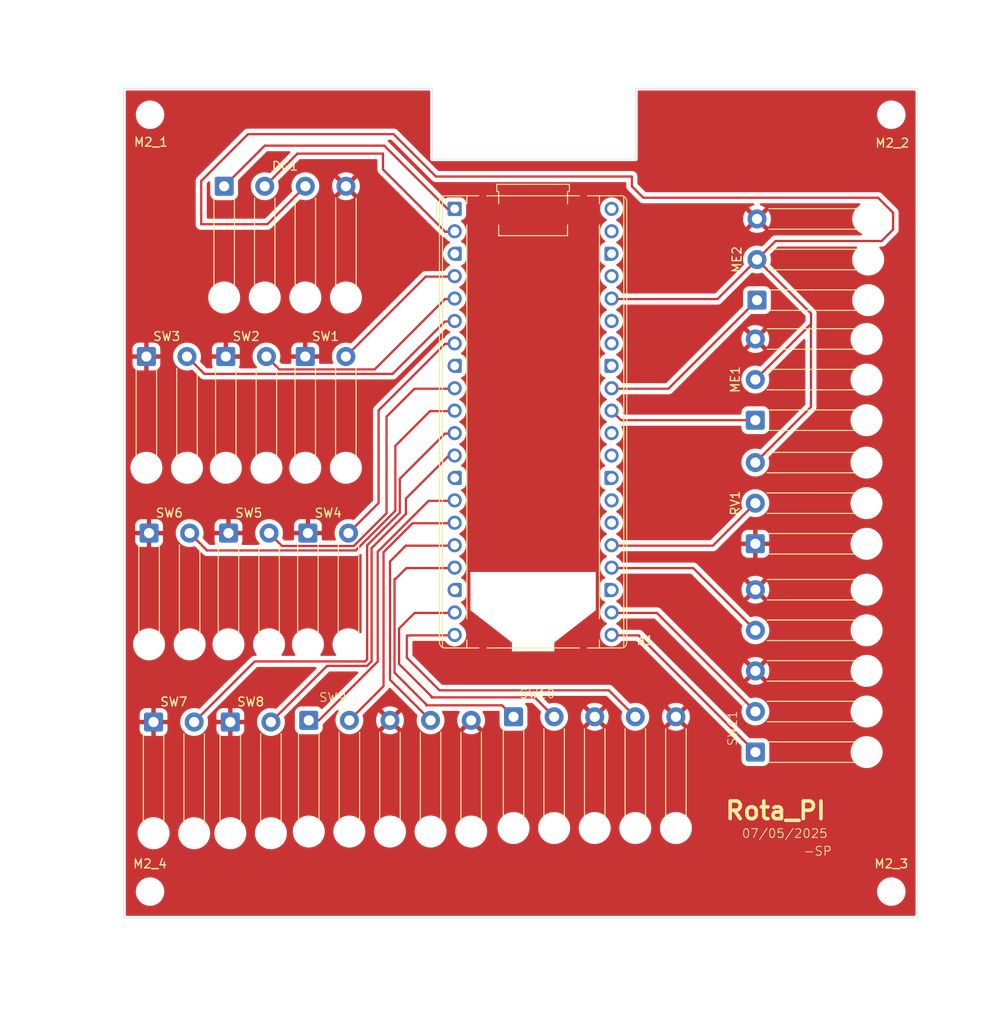
<source format=kicad_pcb>
(kicad_pcb (version 20241229) (generator "pcbnew") (generator_version "9.0")
  (layers (0 "F.Cu" signal) (2 "B.Cu" signal) (13 "F.Paste" user) (15 "B.Paste" user) (5 "F.SilkS" user "F.Silkscreen") (7 "B.SilkS" user "B.Silkscreen") (1 "F.Mask" user) (3 "B.Mask" user) (25 "Edge.Cuts" user))
  (net 0 "")
  (net 2 "Net-(A1-GPIO15)")
  (net 4 "Net-(A1-GPIO17)")
  (net 5 "Net-(A1-GPIO1)")
  (net 6 "Net-(A1-GPIO5)")
  (net 7 "Net-(A1-GPIO8)")
  (net 9 "Net-(A1-GPIO16)")
  (net 11 "Net-(A1-3V3)")
  (net 12 "Net-(A1-GPIO26_ADC0)")
  (net 14 "Net-(A1-GPIO10)")
  (net 18 "Net-(A1-GPIO7)")
  (net 19 "Net-(A1-GPIO14)")
  (net 20 "Net-(A1-GPIO9)")
  (net 21 "Net-(A1-GPIO19)")
  (net 24 "Net-(A1-GPIO3)")
  (net 25 "Net-(A1-GPIO0)")
  (net 27 "Net-(A1-GPIO11)")
  (net 28 "Net-(A1-GPIO18)")
  (net 31 "Net-(A1-GPIO27_ADC1)")
  (net 33 "Net-(A1-GPIO6)")
  (net 35 "Net-(A1-GPIO2)")
  (net 37 "Net-(A1-GPIO4)")
  (net 39 "Net-(A1-GPIO13)")
  (net 40 "Net-(A1-GPIO12)")
  (net 41 "GND")
  (footprint "MountingHole:MountingHole_2.2mm_M2" (layer "F.Cu") (at 147 53)
    (property "Reference" "M2_1" (at 0.1 3.1 180) (layer "F.SilkS"))
    (property "Value" "MountingHole_2.2mm_M2")
    (pad "" np_thru_hole circle (at 0 0) (size 2.2 2.2) (drill 2.2) (layers "*.Cu" "*.Mask"))
  )
  (footprint "Module:RaspberryPi_Pico_Common_THT" (layer "F.Cu") (at 181.52 63.66)
    (property "Reference" "A1" (at 20.6375 48.895 0) (layer "F.SilkS") (effects (justify left)))
    (property "Value" "RaspberryPi_Pico")
    (fp_line (start -2.04 0.8) (end -2.04 -0.8) (stroke (width 0.12)) (layer "F.SilkS"))
    (fp_line (start -1.72 -0.87) (end -1.72 49.13) (stroke (width 0.12)) (layer "F.SilkS"))
    (fp_line (start -1.38 -1.417) (end -1.38 49.677) (stroke (width 0.12)) (layer "F.SilkS"))
    (fp_line (start -1.11 -1.48) (end 1.38 -1.48) (stroke (width 0.12)) (layer "F.SilkS"))
    (fp_line (start -1.11 49.74) (end 2.727939 49.74) (stroke (width 0.12)) (layer "F.SilkS"))
    (fp_line (start 1.38 -1.48) (end 1.38 -0.56648) (stroke (width 0.12)) (layer "F.SilkS"))
    (fp_line (start 1.38 -1.48) (end 2.72794 -1.48) (stroke (width 0.12)) (layer "F.SilkS"))
    (fp_line (start 1.38 1.82648) (end 1.38 46.43352) (stroke (width 0.12)) (layer "F.SilkS"))
    (fp_line (start 1.38 48.82648) (end 1.38 49.74) (stroke (width 0.12)) (layer "F.SilkS"))
    (fp_line (start 3.652061 -1.48) (end 4.655 -1.48) (stroke (width 0.12)) (layer "F.SilkS"))
    (fp_line (start 4.655 -1.48) (end 13.125 -1.48) (stroke (width 0.12)) (layer "F.SilkS"))
    (fp_line (start 4.78 -2.78) (end 4.78 -1.96) (stroke (width 0.12)) (layer "F.SilkS"))
    (fp_line (start 4.78 -2.78) (end 13 -2.78) (stroke (width 0.12)) (layer "F.SilkS"))
    (fp_line (start 4.78 -1.96) (end 4.99 -1.96) (stroke (width 0.12)) (layer "F.SilkS"))
    (fp_line (start 4.99 -1.96) (end 4.99 -0.564) (stroke (width 0.12)) (layer "F.SilkS"))
    (fp_line (start 4.99 1.824) (end 4.99 3.04) (stroke (width 0.12)) (layer "F.SilkS"))
    (fp_line (start 5.29 49.74) (end 3.652061 49.74) (stroke (width 0.12)) (layer "F.SilkS"))
    (fp_line (start 12.49 49.74) (end 5.29 49.74) (stroke (width 0.12)) (layer "F.SilkS"))
    (fp_line (start 12.79 -1.96) (end 12.79 -0.564) (stroke (width 0.12)) (layer "F.SilkS"))
    (fp_line (start 12.79 1.824) (end 12.79 3.04) (stroke (width 0.12)) (layer "F.SilkS"))
    (fp_line (start 12.79 3.04) (end 4.99 3.04) (stroke (width 0.12)) (layer "F.SilkS"))
    (fp_line (start 13 -2.78) (end 13 -1.96) (stroke (width 0.12)) (layer "F.SilkS"))
    (fp_line (start 13 -1.96) (end 12.79 -1.96) (stroke (width 0.12)) (layer "F.SilkS"))
    (fp_line (start 13.125 -1.48) (end 14.127939 -1.48) (stroke (width 0.12)) (layer "F.SilkS"))
    (fp_line (start 14.127939 49.74) (end 12.49 49.74) (stroke (width 0.12)) (layer "F.SilkS"))
    (fp_line (start 15.052061 -1.48) (end 16.4 -1.48) (stroke (width 0.12)) (layer "F.SilkS"))
    (fp_line (start 15.052061 49.74) (end 18.89 49.74) (stroke (width 0.12)) (layer "F.SilkS"))
    (fp_line (start 16.4 -1.48) (end 16.4 -0.56648) (stroke (width 0.12)) (layer "F.SilkS"))
    (fp_line (start 16.4 1.82648) (end 16.4 46.43352) (stroke (width 0.12)) (layer "F.SilkS"))
    (fp_line (start 16.4 48.82648) (end 16.4 49.74) (stroke (width 0.12)) (layer "F.SilkS"))
    (fp_line (start 18.89 -1.48) (end 16.4 -1.48) (stroke (width 0.12)) (layer "F.SilkS"))
    (fp_line (start 19.16 49.677) (end 19.16 -1.417) (stroke (width 0.12)) (layer "F.SilkS"))
    (fp_line (start 19.5 -0.87) (end 19.5 49.13) (stroke (width 0.12)) (layer "F.SilkS"))
    (fp_arc (start -1.72 -0.87) (mid -1.541335 -1.301335) (end -1.11 -1.48) (stroke (width 0.12)) (layer "F.SilkS"))
    (fp_arc (start -1.11 49.74) (mid -1.541364 49.561364) (end -1.72 49.13) (stroke (width 0.12)) (layer "F.SilkS"))
    (fp_arc (start 18.89 -1.48) (mid 19.321335 -1.301335) (end 19.5 -0.87) (stroke (width 0.12)) (layer "F.SilkS"))
    (fp_arc (start 19.5 49.13) (mid 19.321335 49.561335) (end 18.89 49.74) (stroke (width 0.12)) (layer "F.SilkS"))
    (pad "1" thru_hole roundrect (at 0 0) (size 1.6 1.6) (drill 1) (layers "*.Cu" "*.Mask") (roundrect_rratio 0.125) (net 25 "Net-(A1-GPIO0)"))
    (pad "2" thru_hole circle (at 0 2.54) (size 1.6 1.6) (drill 1) (layers "*.Cu" "*.Mask") (net 5 "Net-(A1-GPIO1)"))
    (pad "3" thru_hole custom (at 0 5.08) (size 1.6 1.6) (drill 1) (layers "*.Cu" "*.Mask") (options (clearance outline) (anchor circle)) (primitives (gr_poly (pts (xy 0.8 0.6) (xy 0.8 -0.6) (xy 0.6 -0.8) (xy 0 -0.8) (xy 0 0.8) (xy 0.6 0.8)) (width 0) (fill yes)) (gr_circle (center 0.6 0.6) (end 0.8 0.6) (width 0) (fill yes)) (gr_circle (center 0.6 -0.6) (end 0.8 -0.6) (width 0) (fill yes))))
    (pad "4" thru_hole circle (at 0 7.62) (size 1.6 1.6) (drill 1) (layers "*.Cu" "*.Mask") (net 35 "Net-(A1-GPIO2)"))
    (pad "5" thru_hole circle (at 0 10.16) (size 1.6 1.6) (drill 1) (layers "*.Cu" "*.Mask") (net 24 "Net-(A1-GPIO3)"))
    (pad "6" thru_hole circle (at 0 12.7) (size 1.6 1.6) (drill 1) (layers "*.Cu" "*.Mask") (net 37 "Net-(A1-GPIO4)"))
    (pad "7" thru_hole circle (at 0 15.24) (size 1.6 1.6) (drill 1) (layers "*.Cu" "*.Mask") (net 6 "Net-(A1-GPIO5)"))
    (pad "8" thru_hole custom (at 0 17.78) (size 1.6 1.6) (drill 1) (layers "*.Cu" "*.Mask") (options (clearance outline) (anchor circle)) (primitives (gr_poly (pts (xy 0.8 0.6) (xy 0.8 -0.6) (xy 0.6 -0.8) (xy 0 -0.8) (xy 0 0.8) (xy 0.6 0.8)) (width 0) (fill yes)) (gr_circle (center 0.6 0.6) (end 0.8 0.6) (width 0) (fill yes)) (gr_circle (center 0.6 -0.6) (end 0.8 -0.6) (width 0) (fill yes))))
    (pad "9" thru_hole circle (at 0 20.32) (size 1.6 1.6) (drill 1) (layers "*.Cu" "*.Mask") (net 33 "Net-(A1-GPIO6)"))
    (pad "10" thru_hole circle (at 0 22.86) (size 1.6 1.6) (drill 1) (layers "*.Cu" "*.Mask") (net 18 "Net-(A1-GPIO7)"))
    (pad "11" thru_hole circle (at 0 25.4) (size 1.6 1.6) (drill 1) (layers "*.Cu" "*.Mask") (net 7 "Net-(A1-GPIO8)"))
    (pad "12" thru_hole circle (at 0 27.94) (size 1.6 1.6) (drill 1) (layers "*.Cu" "*.Mask") (net 20 "Net-(A1-GPIO9)"))
    (pad "13" thru_hole custom (at 0 30.48) (size 1.6 1.6) (drill 1) (layers "*.Cu" "*.Mask") (options (clearance outline) (anchor circle)) (primitives (gr_poly (pts (xy 0.8 0.6) (xy 0.8 -0.6) (xy 0.6 -0.8) (xy 0 -0.8) (xy 0 0.8) (xy 0.6 0.8)) (width 0) (fill yes)) (gr_circle (center 0.6 0.6) (end 0.8 0.6) (width 0) (fill yes)) (gr_circle (center 0.6 -0.6) (end 0.8 -0.6) (width 0) (fill yes))))
    (pad "14" thru_hole circle (at 0 33.02) (size 1.6 1.6) (drill 1) (layers "*.Cu" "*.Mask") (net 14 "Net-(A1-GPIO10)"))
    (pad "15" thru_hole circle (at 0 35.56) (size 1.6 1.6) (drill 1) (layers "*.Cu" "*.Mask") (net 27 "Net-(A1-GPIO11)"))
    (pad "16" thru_hole circle (at 0 38.1) (size 1.6 1.6) (drill 1) (layers "*.Cu" "*.Mask") (net 40 "Net-(A1-GPIO12)"))
    (pad "17" thru_hole circle (at 0 40.64) (size 1.6 1.6) (drill 1) (layers "*.Cu" "*.Mask") (net 39 "Net-(A1-GPIO13)"))
    (pad "18" thru_hole custom (at 0 43.18) (size 1.6 1.6) (drill 1) (layers "*.Cu" "*.Mask") (options (clearance outline) (anchor circle)) (primitives (gr_poly (pts (xy 0.8 0.6) (xy 0.8 -0.6) (xy 0.6 -0.8) (xy 0 -0.8) (xy 0 0.8) (xy 0.6 0.8)) (width 0) (fill yes)) (gr_circle (center 0.6 0.6) (end 0.8 0.6) (width 0) (fill yes)) (gr_circle (center 0.6 -0.6) (end 0.8 -0.6) (width 0) (fill yes))))
    (pad "19" thru_hole circle (at 0 45.72) (size 1.6 1.6) (drill 1) (layers "*.Cu" "*.Mask") (net 19 "Net-(A1-GPIO14)"))
    (pad "20" thru_hole circle (at 0 48.26) (size 1.6 1.6) (drill 1) (layers "*.Cu" "*.Mask") (net 2 "Net-(A1-GPIO15)"))
    (pad "21" thru_hole circle (at 17.78 48.26) (size 1.6 1.6) (drill 1) (layers "*.Cu" "*.Mask") (net 9 "Net-(A1-GPIO16)"))
    (pad "22" thru_hole circle (at 17.78 45.72) (size 1.6 1.6) (drill 1) (layers "*.Cu" "*.Mask") (net 4 "Net-(A1-GPIO17)"))
    (pad "23" thru_hole custom (at 17.78 43.18) (size 1.6 1.6) (drill 1) (layers "*.Cu" "*.Mask") (options (clearance outline) (anchor circle)) (primitives (gr_poly (pts (xy -0.8 0.6) (xy -0.8 -0.6) (xy -0.6 -0.8) (xy 0 -0.8) (xy 0 0.8) (xy -0.6 0.8)) (width 0) (fill yes)) (gr_circle (center -0.6 0.6) (end -0.4 0.6) (width 0) (fill yes)) (gr_circle (center -0.6 -0.6) (end -0.4 -0.6) (width 0) (fill yes))))
    (pad "24" thru_hole circle (at 17.78 40.64) (size 1.6 1.6) (drill 1) (layers "*.Cu" "*.Mask") (net 28 "Net-(A1-GPIO18)"))
    (pad "25" thru_hole circle (at 17.78 38.1) (size 1.6 1.6) (drill 1) (layers "*.Cu" "*.Mask") (net 21 "Net-(A1-GPIO19)"))
    (pad "26" thru_hole circle (at 17.78 35.56) (size 1.6 1.6) (drill 1) (layers "*.Cu" "*.Mask"))
    (pad "27" thru_hole circle (at 17.78 33.02) (size 1.6 1.6) (drill 1) (layers "*.Cu" "*.Mask"))
    (pad "28" thru_hole custom (at 17.78 30.48) (size 1.6 1.6) (drill 1) (layers "*.Cu" "*.Mask") (options (clearance outline) (anchor circle)) (primitives (gr_poly (pts (xy -0.8 0.6) (xy -0.8 -0.6) (xy -0.6 -0.8) (xy 0 -0.8) (xy 0 0.8) (xy -0.6 0.8)) (width 0) (fill yes)) (gr_circle (center -0.6 0.6) (end -0.4 0.6) (width 0) (fill yes)) (gr_circle (center -0.6 -0.6) (end -0.4 -0.6) (width 0) (fill yes))))
    (pad "29" thru_hole circle (at 17.78 27.94) (size 1.6 1.6) (drill 1) (layers "*.Cu" "*.Mask"))
    (pad "30" thru_hole circle (at 17.78 25.4) (size 1.6 1.6) (drill 1) (layers "*.Cu" "*.Mask"))
    (pad "31" thru_hole circle (at 17.78 22.86) (size 1.6 1.6) (drill 1) (layers "*.Cu" "*.Mask") (net 12 "Net-(A1-GPIO26_ADC0)"))
    (pad "32" thru_hole circle (at 17.78 20.32) (size 1.6 1.6) (drill 1) (layers "*.Cu" "*.Mask") (net 31 "Net-(A1-GPIO27_ADC1)"))
    (pad "33" thru_hole custom (at 17.78 17.78) (size 1.6 1.6) (drill 1) (layers "*.Cu" "*.Mask") (options (clearance outline) (anchor circle)) (primitives (gr_poly (pts (xy -0.8 0.6) (xy -0.8 -0.6) (xy -0.6 -0.8) (xy 0 -0.8) (xy 0 0.8) (xy -0.6 0.8)) (width 0) (fill yes)) (gr_circle (center -0.6 0.6) (end -0.4 0.6) (width 0) (fill yes)) (gr_circle (center -0.6 -0.6) (end -0.4 -0.6) (width 0) (fill yes))))
    (pad "34" thru_hole circle (at 17.78 15.24) (size 1.6 1.6) (drill 1) (layers "*.Cu" "*.Mask"))
    (pad "35" thru_hole circle (at 17.78 12.7) (size 1.6 1.6) (drill 1) (layers "*.Cu" "*.Mask"))
    (pad "36" thru_hole circle (at 17.78 10.16) (size 1.6 1.6) (drill 1) (layers "*.Cu" "*.Mask") (net 11 "Net-(A1-3V3)"))
    (pad "37" thru_hole circle (at 17.78 7.62) (size 1.6 1.6) (drill 1) (layers "*.Cu" "*.Mask"))
    (pad "38" thru_hole custom (at 17.78 5.08) (size 1.6 1.6) (drill 1) (layers "*.Cu" "*.Mask") (options (clearance outline) (anchor circle)) (primitives (gr_poly (pts (xy -0.8 0.6) (xy -0.8 -0.6) (xy -0.6 -0.8) (xy 0 -0.8) (xy 0 0.8) (xy -0.6 0.8)) (width 0) (fill yes)) (gr_circle (center -0.6 0.6) (end -0.4 0.6) (width 0) (fill yes)) (gr_circle (center -0.6 -0.6) (end -0.4 -0.6) (width 0) (fill yes))))
    (pad "39" thru_hole circle (at 17.78 2.54) (size 1.6 1.6) (drill 1) (layers "*.Cu" "*.Mask"))
    (pad "40" thru_hole circle (at 17.78 0) (size 1.6 1.6) (drill 1) (layers "*.Cu" "*.Mask"))
    (zone (net 0) (net_name "") (layers "F.Cu" "B.Cu" "F.Paste" "B.Paste") (name "Antenna Copper Keep Out") (connect_pads (clearance 0)) (min_thickness 0.254)
      (keepout (tracks not_allowed) (vias not_allowed) (pads not_allowed) (copperpour not_allowed) (footprints allowed))
      (fill (thermal_gap 0.508) (thermal_bridge_width 0.508))
      (polygon (pts (xy 188.01 112.779895) (xy 183.31 109.129895) (xy 183.31 104.79) (xy 197.51 104.79) (xy 197.51 109.129895) (xy 192.81 112.779895) (xy 192.81 113.79) (xy 188.01 113.79)))
    )
  )
  (footprint "MountingHole:MountingHole_2.2mm_M2" (layer "F.Cu") (at 147 141)
    (property "Reference" "M2_4" (at 0 -3.15 0) (layer "F.SilkS"))
    (property "Value" "MountingHole_2.2mm_M2")
    (pad "" np_thru_hole circle (at 0 0) (size 2.2 2.2) (drill 2.2) (layers "*.Cu" "*.Mask"))
  )
  (footprint "Connector_Wire:SolderWire-0.5sqmm_1x02_P4.6mm_D0.9mm_OD2.1mm_Relief" (layer "F.Cu") (at 156.1 121.79)
    (property "Reference" "SW8" (at 2.3 -2.28 0) (layer "F.SilkS"))
    (property "Value" "SW_Push")
    (fp_line (start -1.16 1.335) (end -1.16 11.44) (stroke (width 0.12)) (layer "F.SilkS"))
    (fp_line (start 1.16 1.335) (end 1.16 11.44) (stroke (width 0.12)) (layer "F.SilkS"))
    (fp_line (start 3.44 1.335) (end 3.44 11.44) (stroke (width 0.12)) (layer "F.SilkS"))
    (fp_line (start 5.76 1.335) (end 5.76 11.44) (stroke (width 0.12)) (layer "F.SilkS"))
    (pad "" np_thru_hole circle (at 0 12.6) (size 2.6 2.6) (drill 2.6) (layers "*.Cu" "*.Mask"))
    (pad "" np_thru_hole circle (at 4.6 12.6) (size 2.6 2.6) (drill 2.6) (layers "*.Cu" "*.Mask"))
    (pad "1" thru_hole roundrect (at 0 0) (size 2.15 2.15) (drill 1.15) (layers "*.Cu" "*.Mask") (roundrect_rratio 0.116279) (net 41 "GND"))
    (pad "2" thru_hole circle (at 4.6 0) (size 2.15 2.15) (drill 1.15) (layers "*.Cu" "*.Mask") (net 20 "Net-(A1-GPIO9)"))
  )
  (footprint "MountingHole:MountingHole_2.2mm_M2" (layer "F.Cu") (at 231 141)
    (property "Reference" "M2_3" (at 0 -3.15 0) (layer "F.SilkS"))
    (property "Value" "MountingHole_2.2mm_M2")
    (pad "" np_thru_hole circle (at 0 0) (size 2.2 2.2) (drill 2.2) (layers "*.Cu" "*.Mask"))
  )
  (footprint "Connector_Wire:SolderWire-0.5sqmm_1x02_P4.6mm_D0.9mm_OD2.1mm_Relief" (layer "F.Cu") (at 164.89 100.39)
    (property "Reference" "SW4" (at 2.3 -2.28 0) (layer "F.SilkS"))
    (property "Value" "SW_Push")
    (fp_line (start -1.16 1.335) (end -1.16 11.44) (stroke (width 0.12)) (layer "F.SilkS"))
    (fp_line (start 1.16 1.335) (end 1.16 11.44) (stroke (width 0.12)) (layer "F.SilkS"))
    (fp_line (start 3.44 1.335) (end 3.44 11.44) (stroke (width 0.12)) (layer "F.SilkS"))
    (fp_line (start 5.76 1.335) (end 5.76 11.44) (stroke (width 0.12)) (layer "F.SilkS"))
    (pad "" np_thru_hole circle (at 0 12.6) (size 2.6 2.6) (drill 2.6) (layers "*.Cu" "*.Mask"))
    (pad "" np_thru_hole circle (at 4.6 12.6) (size 2.6 2.6) (drill 2.6) (layers "*.Cu" "*.Mask"))
    (pad "1" thru_hole roundrect (at 0 0) (size 2.15 2.15) (drill 1.15) (layers "*.Cu" "*.Mask") (roundrect_rratio 0.116279) (net 41 "GND"))
    (pad "2" thru_hole circle (at 4.6 0) (size 2.15 2.15) (drill 1.15) (layers "*.Cu" "*.Mask") (net 6 "Net-(A1-GPIO5)"))
  )
  (footprint "Connector_Wire:SolderWire-0.5sqmm_1x03_P4.6mm_D0.9mm_OD2.1mm_Relief" (layer "F.Cu") (at 215.78 74 90)
    (property "Reference" "ME2" (at 4.6 -2.28 90) (layer "F.SilkS"))
    (property "Value" "~")
    (fp_line (start 10.36 1.335) (end 10.36 11.44) (stroke (width 0.12)) (layer "F.SilkS"))
    (fp_line (start 8.04 1.335) (end 8.04 11.44) (stroke (width 0.12)) (layer "F.SilkS"))
    (fp_line (start 5.76 1.335) (end 5.76 11.44) (stroke (width 0.12)) (layer "F.SilkS"))
    (fp_line (start 3.44 1.335) (end 3.44 11.44) (stroke (width 0.12)) (layer "F.SilkS"))
    (fp_line (start 1.16 1.335) (end 1.16 11.44) (stroke (width 0.12)) (layer "F.SilkS"))
    (fp_line (start -1.16 1.335) (end -1.16 11.44) (stroke (width 0.12)) (layer "F.SilkS"))
    (pad "" np_thru_hole circle (at 0 12.6 90) (size 2.6 2.6) (drill 2.6) (layers "*.Cu" "*.Mask"))
    (pad "" np_thru_hole circle (at 4.6 12.6 90) (size 2.6 2.6) (drill 2.6) (layers "*.Cu" "*.Mask"))
    (pad "" np_thru_hole circle (at 9.2 12.6 90) (size 2.6 2.6) (drill 2.6) (layers "*.Cu" "*.Mask"))
    (pad "1" thru_hole roundrect (at 0 0 90) (size 2.15 2.15) (drill 1.15) (layers "*.Cu" "*.Mask") (roundrect_rratio 0.116279) (net 31 "Net-(A1-GPIO27_ADC1)"))
    (pad "2" thru_hole circle (at 4.6 0 90) (size 2.15 2.15) (drill 1.15) (layers "*.Cu" "*.Mask") (net 11 "Net-(A1-3V3)"))
    (pad "3" thru_hole circle (at 9.2 0 90) (size 2.15 2.15) (drill 1.15) (layers "*.Cu" "*.Mask") (net 41 "GND"))
  )
  (footprint "KICAD FOOTPRINT EXTRA:Connector Wire_ Solder Wire-0.5sqmm 1x05 P4.6mm D0.9mm OD2.1mm Relief" (layer "F.Cu") (at 197.39 128.6)
    (property "Reference" "SW10" (at -6.5 -10 0) (layer "F.SilkS") (effects (font (thickness 0.1))))
    (property "Value" "RotaryEncoder_Switch")
    (fp_line (start -10.36 -6.065) (end -10.36 4.04) (stroke (width 0.12)) (layer "F.SilkS"))
    (fp_line (start -8.04 -6.065) (end -8.04 4.04) (stroke (width 0.12)) (layer "F.SilkS"))
    (fp_line (start -5.76 -6.065) (end -5.76 4.04) (stroke (width 0.12)) (layer "F.SilkS"))
    (fp_line (start -3.44 -6.065) (end -3.44 4.04) (stroke (width 0.12)) (layer "F.SilkS"))
    (fp_line (start -1.16 -6.065) (end -1.16 4.04) (stroke (width 0.12)) (layer "F.SilkS"))
    (fp_line (start 1.16 -6.065) (end 1.16 4.04) (stroke (width 0.12)) (layer "F.SilkS"))
    (fp_line (start 3.44 -6.065) (end 3.44 4.04) (stroke (width 0.12)) (layer "F.SilkS"))
    (fp_line (start 5.76 -6.065) (end 5.76 4.04) (stroke (width 0.12)) (layer "F.SilkS"))
    (fp_line (start 8.04 -6.065) (end 8.04 4.04) (stroke (width 0.12)) (layer "F.SilkS"))
    (fp_line (start 10.36 -6.065) (end 10.36 4.04) (stroke (width 0.12)) (layer "F.SilkS"))
    (pad "" np_thru_hole circle (at -9.2 5.2) (size 2.6 2.6) (drill 2.6) (layers "*.Cu" "*.Mask"))
    (pad "" np_thru_hole circle (at -4.6 5.2) (size 2.6 2.6) (drill 2.6) (layers "*.Cu" "*.Mask"))
    (pad "" np_thru_hole circle (at 0 5.2) (size 2.6 2.6) (drill 2.6) (layers "*.Cu" "*.Mask"))
    (pad "" np_thru_hole circle (at 4.6 5.2) (size 2.6 2.6) (drill 2.6) (layers "*.Cu" "*.Mask"))
    (pad "" np_thru_hole circle (at 9.2 5.2) (size 2.6 2.6) (drill 2.6) (layers "*.Cu" "*.Mask"))
    (pad "A" thru_hole roundrect (at -9.2 -7.4) (size 2.15 2.15) (drill 1.15) (layers "*.Cu" "*.Mask") (roundrect_rratio 0.116279) (net 39 "Net-(A1-GPIO13)"))
    (pad "B" thru_hole circle (at -4.6 -7.4) (size 2.15 2.15) (drill 1.15) (layers "*.Cu" "*.Mask") (net 19 "Net-(A1-GPIO14)"))
    (pad "C" thru_hole circle (at 0 -7.4) (size 2.15 2.15) (drill 1.15) (layers "*.Cu" "*.Mask" "Dwgs.User") (net 41 "GND"))
    (pad "S1" thru_hole circle (at 4.6 -7.4) (size 2.15 2.15) (drill 1.15) (layers "*.Cu" "*.Mask") (net 2 "Net-(A1-GPIO15)"))
    (pad "S2" thru_hole circle (at 9.2 -7.4) (size 2.15 2.15) (drill 1.15) (layers "*.Cu" "*.Mask") (net 41 "GND"))
  )
  (footprint "Connector_Wire:SolderWire-0.5sqmm_1x04_P4.6mm_D0.9mm_OD2.1mm_Relief" (layer "F.Cu") (at 155.4 61.1)
    (property "Reference" "DG1" (at 6.9 -2.28 0) (layer "F.SilkS"))
    (property "Value" "~")
    (fp_line (start -1.16 1.335) (end -1.16 11.44) (stroke (width 0.12)) (layer "F.SilkS"))
    (fp_line (start 1.16 1.335) (end 1.16 11.44) (stroke (width 0.12)) (layer "F.SilkS"))
    (fp_line (start 3.44 1.335) (end 3.44 11.44) (stroke (width 0.12)) (layer "F.SilkS"))
    (fp_line (start 5.76 1.335) (end 5.76 11.44) (stroke (width 0.12)) (layer "F.SilkS"))
    (fp_line (start 8.04 1.335) (end 8.04 11.44) (stroke (width 0.12)) (layer "F.SilkS"))
    (fp_line (start 10.36 1.335) (end 10.36 11.44) (stroke (width 0.12)) (layer "F.SilkS"))
    (fp_line (start 12.64 1.335) (end 12.64 11.44) (stroke (width 0.12)) (layer "F.SilkS"))
    (fp_line (start 14.96 1.335) (end 14.96 11.44) (stroke (width 0.12)) (layer "F.SilkS"))
    (pad "" np_thru_hole circle (at 0 12.6) (size 2.6 2.6) (drill 2.6) (layers "*.Cu" "*.Mask"))
    (pad "" np_thru_hole circle (at 4.6 12.6) (size 2.6 2.6) (drill 2.6) (layers "*.Cu" "*.Mask"))
    (pad "" np_thru_hole circle (at 9.2 12.6) (size 2.6 2.6) (drill 2.6) (layers "*.Cu" "*.Mask"))
    (pad "" np_thru_hole circle (at 13.8 12.6) (size 2.6 2.6) (drill 2.6) (layers "*.Cu" "*.Mask"))
    (pad "1" thru_hole roundrect (at 0 0) (size 2.15 2.15) (drill 1.15) (layers "*.Cu" "*.Mask") (roundrect_rratio 0.116279) (net 25 "Net-(A1-GPIO0)"))
    (pad "2" thru_hole circle (at 4.6 0) (size 2.15 2.15) (drill 1.15) (layers "*.Cu" "*.Mask") (net 5 "Net-(A1-GPIO1)"))
    (pad "3" thru_hole circle (at 9.2 0) (size 2.15 2.15) (drill 1.15) (layers "*.Cu" "*.Mask") (net 11 "Net-(A1-3V3)"))
    (pad "4" thru_hole circle (at 13.8 0) (size 2.15 2.15) (drill 1.15) (layers "*.Cu" "*.Mask") (net 41 "GND"))
  )
  (footprint "Connector_Wire:SolderWire-0.5sqmm_1x03_P4.6mm_D0.9mm_OD2.1mm_Relief" (layer "F.Cu") (at 215.59 87.6 90)
    (property "Reference" "ME1" (at 4.6 -2.28 90) (layer "F.SilkS"))
    (property "Value" "~")
    (fp_line (start 10.36 1.335) (end 10.36 11.44) (stroke (width 0.12)) (layer "F.SilkS"))
    (fp_line (start 8.04 1.335) (end 8.04 11.44) (stroke (width 0.12)) (layer "F.SilkS"))
    (fp_line (start 5.76 1.335) (end 5.76 11.44) (stroke (width 0.12)) (layer "F.SilkS"))
    (fp_line (start 3.44 1.335) (end 3.44 11.44) (stroke (width 0.12)) (layer "F.SilkS"))
    (fp_line (start 1.16 1.335) (end 1.16 11.44) (stroke (width 0.12)) (layer "F.SilkS"))
    (fp_line (start -1.16 1.335) (end -1.16 11.44) (stroke (width 0.12)) (layer "F.SilkS"))
    (pad "" np_thru_hole circle (at 0 12.6 90) (size 2.6 2.6) (drill 2.6) (layers "*.Cu" "*.Mask"))
    (pad "" np_thru_hole circle (at 4.6 12.6 90) (size 2.6 2.6) (drill 2.6) (layers "*.Cu" "*.Mask"))
    (pad "" np_thru_hole circle (at 9.2 12.6 90) (size 2.6 2.6) (drill 2.6) (layers "*.Cu" "*.Mask"))
    (pad "1" thru_hole roundrect (at 0 0 90) (size 2.15 2.15) (drill 1.15) (layers "*.Cu" "*.Mask") (roundrect_rratio 0.116279) (net 12 "Net-(A1-GPIO26_ADC0)"))
    (pad "2" thru_hole circle (at 4.6 0 90) (size 2.15 2.15) (drill 1.15) (layers "*.Cu" "*.Mask") (net 11 "Net-(A1-3V3)"))
    (pad "3" thru_hole circle (at 9.2 0 90) (size 2.15 2.15) (drill 1.15) (layers "*.Cu" "*.Mask") (net 41 "GND"))
  )
  (footprint "Connector_Wire:SolderWire-0.5sqmm_1x02_P4.6mm_D0.9mm_OD2.1mm_Relief" (layer "F.Cu") (at 155.59 80.39)
    (property "Reference" "SW2" (at 2.3 -2.28 0) (layer "F.SilkS"))
    (property "Value" "SW_Push")
    (fp_line (start -1.16 1.335) (end -1.16 11.44) (stroke (width 0.12)) (layer "F.SilkS"))
    (fp_line (start 1.16 1.335) (end 1.16 11.44) (stroke (width 0.12)) (layer "F.SilkS"))
    (fp_line (start 3.44 1.335) (end 3.44 11.44) (stroke (width 0.12)) (layer "F.SilkS"))
    (fp_line (start 5.76 1.335) (end 5.76 11.44) (stroke (width 0.12)) (layer "F.SilkS"))
    (pad "" np_thru_hole circle (at 0 12.6) (size 2.6 2.6) (drill 2.6) (layers "*.Cu" "*.Mask"))
    (pad "" np_thru_hole circle (at 4.6 12.6) (size 2.6 2.6) (drill 2.6) (layers "*.Cu" "*.Mask"))
    (pad "1" thru_hole roundrect (at 0 0) (size 2.15 2.15) (drill 1.15) (layers "*.Cu" "*.Mask") (roundrect_rratio 0.116279) (net 41 "GND"))
    (pad "2" thru_hole circle (at 4.6 0) (size 2.15 2.15) (drill 1.15) (layers "*.Cu" "*.Mask") (net 24 "Net-(A1-GPIO3)"))
  )
  (footprint "MountingHole:MountingHole_2.2mm_M2" (layer "F.Cu") (at 231 53)
    (property "Reference" "M2_2" (at 0.1 3.2 0) (layer "F.SilkS"))
    (property "Value" "MountingHole_2.2mm_M2")
    (pad "" np_thru_hole circle (at 0 0) (size 2.2 2.2) (drill 2.2) (layers "*.Cu" "*.Mask"))
  )
  (footprint "Connector_Wire:SolderWire-0.5sqmm_1x02_P4.6mm_D0.9mm_OD2.1mm_Relief" (layer "F.Cu") (at 164.59 80.39)
    (property "Reference" "SW1" (at 2.3 -2.28 0) (layer "F.SilkS"))
    (property "Value" "SW_Push")
    (fp_line (start -1.16 1.335) (end -1.16 11.44) (stroke (width 0.12)) (layer "F.SilkS"))
    (fp_line (start 1.16 1.335) (end 1.16 11.44) (stroke (width 0.12)) (layer "F.SilkS"))
    (fp_line (start 3.44 1.335) (end 3.44 11.44) (stroke (width 0.12)) (layer "F.SilkS"))
    (fp_line (start 5.76 1.335) (end 5.76 11.44) (stroke (width 0.12)) (layer "F.SilkS"))
    (pad "" np_thru_hole circle (at 0 12.6) (size 2.6 2.6) (drill 2.6) (layers "*.Cu" "*.Mask"))
    (pad "" np_thru_hole circle (at 4.6 12.6) (size 2.6 2.6) (drill 2.6) (layers "*.Cu" "*.Mask"))
    (pad "1" thru_hole roundrect (at 0 0) (size 2.15 2.15) (drill 1.15) (layers "*.Cu" "*.Mask") (roundrect_rratio 0.116279) (net 41 "GND"))
    (pad "2" thru_hole circle (at 4.6 0) (size 2.15 2.15) (drill 1.15) (layers "*.Cu" "*.Mask") (net 35 "Net-(A1-GPIO2)"))
  )
  (footprint "KICAD FOOTPRINT EXTRA:Connector Wire_ Solder Wire-0.5sqmm 1x05 P4.6mm D0.9mm OD2.1mm Relief" (layer "F.Cu") (at 223 116 90)
    (property "Reference" "SW11" (at -6.5 -10 90) (layer "F.SilkS") (effects (font (thickness 0.1))))
    (property "Value" "RotaryEncoder_Switch")
    (fp_line (start 10.36 -6.065) (end 10.36 4.04) (stroke (width 0.12)) (layer "F.SilkS"))
    (fp_line (start 8.04 -6.065) (end 8.04 4.04) (stroke (width 0.12)) (layer "F.SilkS"))
    (fp_line (start 5.76 -6.065) (end 5.76 4.04) (stroke (width 0.12)) (layer "F.SilkS"))
    (fp_line (start 3.44 -6.065) (end 3.44 4.04) (stroke (width 0.12)) (layer "F.SilkS"))
    (fp_line (start 1.16 -6.065) (end 1.16 4.04) (stroke (width 0.12)) (layer "F.SilkS"))
    (fp_line (start -1.16 -6.065) (end -1.16 4.04) (stroke (width 0.12)) (layer "F.SilkS"))
    (fp_line (start -3.44 -6.065) (end -3.44 4.04) (stroke (width 0.12)) (layer "F.SilkS"))
    (fp_line (start -5.76 -6.065) (end -5.76 4.04) (stroke (width 0.12)) (layer "F.SilkS"))
    (fp_line (start -8.04 -6.065) (end -8.04 4.04) (stroke (width 0.12)) (layer "F.SilkS"))
    (fp_line (start -10.36 -6.065) (end -10.36 4.04) (stroke (width 0.12)) (layer "F.SilkS"))
    (pad "" np_thru_hole circle (at -9.2 5.2 90) (size 2.6 2.6) (drill 2.6) (layers "*.Cu" "*.Mask"))
    (pad "" np_thru_hole circle (at -4.6 5.2 90) (size 2.6 2.6) (drill 2.6) (layers "*.Cu" "*.Mask"))
    (pad "" np_thru_hole circle (at 0 5.2 90) (size 2.6 2.6) (drill 2.6) (layers "*.Cu" "*.Mask"))
    (pad "" np_thru_hole circle (at 4.6 5.2 90) (size 2.6 2.6) (drill 2.6) (layers "*.Cu" "*.Mask"))
    (pad "" np_thru_hole circle (at 9.2 5.2 90) (size 2.6 2.6) (drill 2.6) (layers "*.Cu" "*.Mask"))
    (pad "A" thru_hole roundrect (at -9.2 -7.4 90) (size 2.15 2.15) (drill 1.15) (layers "*.Cu" "*.Mask") (roundrect_rratio 0.116279) (net 9 "Net-(A1-GPIO16)"))
    (pad "B" thru_hole circle (at -4.6 -7.4 90) (size 2.15 2.15) (drill 1.15) (layers "*.Cu" "*.Mask") (net 4 "Net-(A1-GPIO17)"))
    (pad "C" thru_hole circle (at 0 -7.4 90) (size 2.15 2.15) (drill 1.15) (layers "*.Cu" "*.Mask" "Dwgs.User") (net 41 "GND"))
    (pad "S1" thru_hole circle (at 4.6 -7.4 90) (size 2.15 2.15) (drill 1.15) (layers "*.Cu" "*.Mask") (net 28 "Net-(A1-GPIO18)"))
    (pad "S2" thru_hole circle (at 9.2 -7.4 90) (size 2.15 2.15) (drill 1.15) (layers "*.Cu" "*.Mask") (net 41 "GND"))
  )
  (footprint "Connector_Wire:SolderWire-0.5sqmm_1x02_P4.6mm_D0.9mm_OD2.1mm_Relief" (layer "F.Cu") (at 147.4 121.79)
    (property "Reference" "SW7" (at 2.3 -2.28 0) (layer "F.SilkS"))
    (property "Value" "SW_Push")
    (fp_line (start -1.16 1.335) (end -1.16 11.44) (stroke (width 0.12)) (layer "F.SilkS"))
    (fp_line (start 1.16 1.335) (end 1.16 11.44) (stroke (width 0.12)) (layer "F.SilkS"))
    (fp_line (start 3.44 1.335) (end 3.44 11.44) (stroke (width 0.12)) (layer "F.SilkS"))
    (fp_line (start 5.76 1.335) (end 5.76 11.44) (stroke (width 0.12)) (layer "F.SilkS"))
    (pad "" np_thru_hole circle (at 0 12.6) (size 2.6 2.6) (drill 2.6) (layers "*.Cu" "*.Mask"))
    (pad "" np_thru_hole circle (at 4.6 12.6) (size 2.6 2.6) (drill 2.6) (layers "*.Cu" "*.Mask"))
    (pad "1" thru_hole roundrect (at 0 0) (size 2.15 2.15) (drill 1.15) (layers "*.Cu" "*.Mask") (roundrect_rratio 0.116279) (net 41 "GND"))
    (pad "2" thru_hole circle (at 4.6 0) (size 2.15 2.15) (drill 1.15) (layers "*.Cu" "*.Mask") (net 7 "Net-(A1-GPIO8)"))
  )
  (footprint "KICAD FOOTPRINT EXTRA:Connector Wire_ Solder Wire-0.5sqmm 1x05 P4.6mm D0.9mm OD2.1mm Relief" (layer "F.Cu") (at 174.19 129)
    (property "Reference" "SW9" (at -6.5 -10 0) (layer "F.SilkS") (effects (font (thickness 0.1))))
    (property "Value" "RotaryEncoder_Switch")
    (fp_line (start -10.36 -6.065) (end -10.36 4.04) (stroke (width 0.12)) (layer "F.SilkS"))
    (fp_line (start -8.04 -6.065) (end -8.04 4.04) (stroke (width 0.12)) (layer "F.SilkS"))
    (fp_line (start -5.76 -6.065) (end -5.76 4.04) (stroke (width 0.12)) (layer "F.SilkS"))
    (fp_line (start -3.44 -6.065) (end -3.44 4.04) (stroke (width 0.12)) (layer "F.SilkS"))
    (fp_line (start -1.16 -6.065) (end -1.16 4.04) (stroke (width 0.12)) (layer "F.SilkS"))
    (fp_line (start 1.16 -6.065) (end 1.16 4.04) (stroke (width 0.12)) (layer "F.SilkS"))
    (fp_line (start 3.44 -6.065) (end 3.44 4.04) (stroke (width 0.12)) (layer "F.SilkS"))
    (fp_line (start 5.76 -6.065) (end 5.76 4.04) (stroke (width 0.12)) (layer "F.SilkS"))
    (fp_line (start 8.04 -6.065) (end 8.04 4.04) (stroke (width 0.12)) (layer "F.SilkS"))
    (fp_line (start 10.36 -6.065) (end 10.36 4.04) (stroke (width 0.12)) (layer "F.SilkS"))
    (pad "" np_thru_hole circle (at -9.2 5.2) (size 2.6 2.6) (drill 2.6) (layers "*.Cu" "*.Mask"))
    (pad "" np_thru_hole circle (at -4.6 5.2) (size 2.6 2.6) (drill 2.6) (layers "*.Cu" "*.Mask"))
    (pad "" np_thru_hole circle (at 0 5.2) (size 2.6 2.6) (drill 2.6) (layers "*.Cu" "*.Mask"))
    (pad "" np_thru_hole circle (at 4.6 5.2) (size 2.6 2.6) (drill 2.6) (layers "*.Cu" "*.Mask"))
    (pad "" np_thru_hole circle (at 9.2 5.2) (size 2.6 2.6) (drill 2.6) (layers "*.Cu" "*.Mask"))
    (pad "A" thru_hole roundrect (at -9.2 -7.4) (size 2.15 2.15) (drill 1.15) (layers "*.Cu" "*.Mask") (roundrect_rratio 0.116279) (net 14 "Net-(A1-GPIO10)"))
    (pad "B" thru_hole circle (at -4.6 -7.4) (size 2.15 2.15) (drill 1.15) (layers "*.Cu" "*.Mask") (net 27 "Net-(A1-GPIO11)"))
    (pad "C" thru_hole circle (at 0 -7.4) (size 2.15 2.15) (drill 1.15) (layers "*.Cu" "*.Mask" "Dwgs.User") (net 41 "GND"))
    (pad "S1" thru_hole circle (at 4.6 -7.4) (size 2.15 2.15) (drill 1.15) (layers "*.Cu" "*.Mask") (net 40 "Net-(A1-GPIO12)"))
    (pad "S2" thru_hole circle (at 9.2 -7.4) (size 2.15 2.15) (drill 1.15) (layers "*.Cu" "*.Mask") (net 41 "GND"))
  )
  (footprint "Connector_Wire:SolderWire-0.5sqmm_1x02_P4.6mm_D0.9mm_OD2.1mm_Relief" (layer "F.Cu") (at 146.89 100.39)
    (property "Reference" "SW6" (at 2.3 -2.28 0) (layer "F.SilkS"))
    (property "Value" "SW_Push")
    (fp_line (start -1.16 1.335) (end -1.16 11.44) (stroke (width 0.12)) (layer "F.SilkS"))
    (fp_line (start 1.16 1.335) (end 1.16 11.44) (stroke (width 0.12)) (layer "F.SilkS"))
    (fp_line (start 3.44 1.335) (end 3.44 11.44) (stroke (width 0.12)) (layer "F.SilkS"))
    (fp_line (start 5.76 1.335) (end 5.76 11.44) (stroke (width 0.12)) (layer "F.SilkS"))
    (pad "" np_thru_hole circle (at 0 12.6) (size 2.6 2.6) (drill 2.6) (layers "*.Cu" "*.Mask"))
    (pad "" np_thru_hole circle (at 4.6 12.6) (size 2.6 2.6) (drill 2.6) (layers "*.Cu" "*.Mask"))
    (pad "1" thru_hole roundrect (at 0 0) (size 2.15 2.15) (drill 1.15) (layers "*.Cu" "*.Mask") (roundrect_rratio 0.116279) (net 41 "GND"))
    (pad "2" thru_hole circle (at 4.6 0) (size 2.15 2.15) (drill 1.15) (layers "*.Cu" "*.Mask") (net 18 "Net-(A1-GPIO7)"))
  )
  (footprint "Connector_Wire:SolderWire-0.5sqmm_1x03_P4.6mm_D0.9mm_OD2.1mm_Relief" (layer "F.Cu") (at 215.59 101.6 90)
    (property "Reference" "RV1" (at 4.6 -2.28 90) (layer "F.SilkS"))
    (property "Value" "R_Potentiometer")
    (fp_line (start 10.36 1.335) (end 10.36 11.44) (stroke (width 0.12)) (layer "F.SilkS"))
    (fp_line (start 8.04 1.335) (end 8.04 11.44) (stroke (width 0.12)) (layer "F.SilkS"))
    (fp_line (start 5.76 1.335) (end 5.76 11.44) (stroke (width 0.12)) (layer "F.SilkS"))
    (fp_line (start 3.44 1.335) (end 3.44 11.44) (stroke (width 0.12)) (layer "F.SilkS"))
    (fp_line (start 1.16 1.335) (end 1.16 11.44) (stroke (width 0.12)) (layer "F.SilkS"))
    (fp_line (start -1.16 1.335) (end -1.16 11.44) (stroke (width 0.12)) (layer "F.SilkS"))
    (pad "" np_thru_hole circle (at 0 12.6 90) (size 2.6 2.6) (drill 2.6) (layers "*.Cu" "*.Mask"))
    (pad "" np_thru_hole circle (at 4.6 12.6 90) (size 2.6 2.6) (drill 2.6) (layers "*.Cu" "*.Mask"))
    (pad "" np_thru_hole circle (at 9.2 12.6 90) (size 2.6 2.6) (drill 2.6) (layers "*.Cu" "*.Mask"))
    (pad "1" thru_hole roundrect (at 0 0 90) (size 2.15 2.15) (drill 1.15) (layers "*.Cu" "*.Mask") (roundrect_rratio 0.116279) (net 41 "GND"))
    (pad "2" thru_hole circle (at 4.6 0 90) (size 2.15 2.15) (drill 1.15) (layers "*.Cu" "*.Mask") (net 21 "Net-(A1-GPIO19)"))
    (pad "3" thru_hole circle (at 9.2 0 90) (size 2.15 2.15) (drill 1.15) (layers "*.Cu" "*.Mask") (net 11 "Net-(A1-3V3)"))
  )
  (footprint "Connector_Wire:SolderWire-0.5sqmm_1x02_P4.6mm_D0.9mm_OD2.1mm_Relief" (layer "F.Cu") (at 146.59 80.39)
    (property "Reference" "SW3" (at 2.3 -2.28 0) (layer "F.SilkS"))
    (property "Value" "SW_Push")
    (fp_line (start -1.16 1.335) (end -1.16 11.44) (stroke (width 0.12)) (layer "F.SilkS"))
    (fp_line (start 1.16 1.335) (end 1.16 11.44) (stroke (width 0.12)) (layer "F.SilkS"))
    (fp_line (start 3.44 1.335) (end 3.44 11.44) (stroke (width 0.12)) (layer "F.SilkS"))
    (fp_line (start 5.76 1.335) (end 5.76 11.44) (stroke (width 0.12)) (layer "F.SilkS"))
    (pad "" np_thru_hole circle (at 0 12.6) (size 2.6 2.6) (drill 2.6) (layers "*.Cu" "*.Mask"))
    (pad "" np_thru_hole circle (at 4.6 12.6) (size 2.6 2.6) (drill 2.6) (layers "*.Cu" "*.Mask"))
    (pad "1" thru_hole roundrect (at 0 0) (size 2.15 2.15) (drill 1.15) (layers "*.Cu" "*.Mask") (roundrect_rratio 0.116279) (net 41 "GND"))
    (pad "2" thru_hole circle (at 4.6 0) (size 2.15 2.15) (drill 1.15) (layers "*.Cu" "*.Mask") (net 37 "Net-(A1-GPIO4)"))
  )
  (footprint "Connector_Wire:SolderWire-0.5sqmm_1x02_P4.6mm_D0.9mm_OD2.1mm_Relief" (layer "F.Cu") (at 155.89 100.39)
    (property "Reference" "SW5" (at 2.3 -2.28 0) (layer "F.SilkS"))
    (property "Value" "SW_Push")
    (fp_line (start -1.16 1.335) (end -1.16 11.44) (stroke (width 0.12)) (layer "F.SilkS"))
    (fp_line (start 1.16 1.335) (end 1.16 11.44) (stroke (width 0.12)) (layer "F.SilkS"))
    (fp_line (start 3.44 1.335) (end 3.44 11.44) (stroke (width 0.12)) (layer "F.SilkS"))
    (fp_line (start 5.76 1.335) (end 5.76 11.44) (stroke (width 0.12)) (layer "F.SilkS"))
    (pad "" np_thru_hole circle (at 0 12.6) (size 2.6 2.6) (drill 2.6) (layers "*.Cu" "*.Mask"))
    (pad "" np_thru_hole circle (at 4.6 12.6) (size 2.6 2.6) (drill 2.6) (layers "*.Cu" "*.Mask"))
    (pad "1" thru_hole roundrect (at 0 0) (size 2.15 2.15) (drill 1.15) (layers "*.Cu" "*.Mask") (roundrect_rratio 0.116279) (net 41 "GND"))
    (pad "2" thru_hole circle (at 4.6 0) (size 2.15 2.15) (drill 1.15) (layers "*.Cu" "*.Mask") (net 33 "Net-(A1-GPIO6)"))
  )
  (gr_line (start 179 58) (end 202 58) (stroke (width 0.05)) (layer "Edge.Cuts"))
  (gr_line (start 144 50) (end 144 144) (stroke (width 0.05)) (layer "Edge.Cuts"))
  (gr_line (start 179 50) (end 179 58) (stroke (width 0.05)) (layer "Edge.Cuts"))
  (gr_line (start 234 144) (end 234 59) (stroke (width 0.05)) (layer "Edge.Cuts"))
  (gr_line (start 144 50) (end 179 50) (stroke (width 0.05)) (layer "Edge.Cuts"))
  (gr_line (start 234 59) (end 234 50) (stroke (width 0.05)) (layer "Edge.Cuts"))
  (gr_line (start 144 144) (end 234 144) (stroke (width 0.05)) (layer "Edge.Cuts"))
  (gr_line (start 202 58) (end 202 50) (stroke (width 0.05)) (layer "Edge.Cuts"))
  (gr_line (start 202 50) (end 234 50) (stroke (width 0.05)) (layer "Edge.Cuts"))
  (gr_text "-SP" (at 221 137 0) (layer "F.SilkS") (effects (font (size 1 1) (thickness 0.1)) (justify left bottom)))
  (gr_text "07/05/2025" (at 214 135 0) (layer "F.SilkS") (effects (font (size 1 1) (thickness 0.1)) (justify left bottom)))
  (gr_text "Rota_PI" (at 212 133 0) (layer "F.SilkS") (effects (font (size 2 2) (thickness 0.4) (bold yes)) (justify left bottom)))
  (segment (start 176.4 112) (end 176.425 111.975) (width 0.254) (layer "F.Cu") (net 2))
  (segment (start 176.1 112) (end 176.4 112) (width 0.254) (layer "F.Cu") (net 2))
  (segment (start 201.99 121.2) (end 198.99 118.2) (width 0.254) (layer "F.Cu") (net 2))
  (segment (start 179.8 118.2) (end 176.1 114.5) (width 0.254) (layer "F.Cu") (net 2))
  (segment (start 176.1 114.5) (end 176.1 112) (width 0.254) (layer "F.Cu") (net 2))
  (segment (start 198.99 118.2) (end 179.8 118.2) (width 0.254) (layer "F.Cu") (net 2))
  (segment (start 176.425 111.975) (end 181.56 111.975) (width 0.254) (layer "F.Cu") (net 2))
  (segment (start 204.435 109.435) (end 199.34 109.435) (width 0.254) (layer "F.Cu") (net 4))
  (segment (start 215.6 120.6) (end 204.435 109.435) (width 0.254) (layer "F.Cu") (net 4))
  (segment (start 173.4 59.2) (end 180.455 66.255) (width 0.254) (layer "F.Cu") (net 5))
  (segment (start 173.4 57.4) (end 173.4 59.2) (width 0.254) (layer "F.Cu") (net 5))
  (segment (start 180.455 66.255) (end 181.56 66.255) (width 0.254) (layer "F.Cu") (net 5))
  (segment (start 163.7 57.4) (end 173.4 57.4) (width 0.254) (layer "F.Cu") (net 5))
  (segment (start 160 61.1) (end 163.7 57.4) (width 0.254) (layer "F.Cu") (net 5))
  (segment (start 172.9 96.98) (end 172.9 86.48363) (width 0.254) (layer "F.Cu") (net 6))
  (segment (start 169.49 100.39) (end 172.9 96.98) (width 0.254) (layer "F.Cu") (net 6))
  (segment (start 180.42863 78.955) (end 181.56 78.955) (width 0.254) (layer "F.Cu") (net 6))
  (segment (start 172.9 86.48363) (end 180.42863 78.955) (width 0.254) (layer "F.Cu") (net 6))
  (segment (start 158.864 114.926) (end 171.374 114.926) (width 0.254) (layer "F.Cu") (net 7))
  (segment (start 171.374 114.926) (end 171.6 114.7) (width 0.254) (layer "F.Cu") (net 7))
  (segment (start 171.6 101.780179) (end 175.309 98.07118) (width 0.254) (layer "F.Cu") (net 7))
  (segment (start 175.309 94.23463) (end 180.42863 89.115) (width 0.254) (layer "F.Cu") (net 7))
  (segment (start 171.6 114.7) (end 171.6 101.780179) (width 0.254) (layer "F.Cu") (net 7))
  (segment (start 180.42863 89.115) (end 181.56 89.115) (width 0.254) (layer "F.Cu") (net 7))
  (segment (start 175.309 98.07118) (end 175.309 94.23463) (width 0.254) (layer "F.Cu") (net 7))
  (segment (start 152 121.79) (end 158.864 114.926) (width 0.254) (layer "F.Cu") (net 7))
  (segment (start 202.375 111.975) (end 199.34 111.975) (width 0.254) (layer "F.Cu") (net 9))
  (segment (start 215.6 125.2) (end 202.375 111.975) (width 0.254) (layer "F.Cu") (net 9))
  (segment (start 179.4 60) (end 201.6 60) (width 0.254) (layer "F.Cu") (net 11))
  (segment (start 152.8 60.5) (end 158.1 55.2) (width 0.254) (layer "F.Cu") (net 11))
  (segment (start 174.6 55.2) (end 179.4 60) (width 0.254) (layer "F.Cu") (net 11))
  (segment (start 221.89 76.7) (end 221.89 86.1) (width 0.254) (layer "F.Cu") (net 11))
  (segment (start 152.8 65.4) (end 152.8 60.5) (width 0.254) (layer "F.Cu") (net 11))
  (segment (start 221.89 86.1) (end 215.59 92.4) (width 0.254) (layer "F.Cu") (net 11))
  (segment (start 211.305 73.875) (end 215.78 69.4) (width 0.254) (layer "F.Cu") (net 11))
  (segment (start 229.9 67.3) (end 217.88 67.3) (width 0.254) (layer "F.Cu") (net 11))
  (segment (start 164.6 61.1) (end 160.3 65.4) (width 0.254) (layer "F.Cu") (net 11))
  (segment (start 201.6 61.1) (end 202.9 62.4) (width 0.254) (layer "F.Cu") (net 11))
  (segment (start 221.89 76.7) (end 215.59 83) (width 0.254) (layer "F.Cu") (net 11))
  (segment (start 229.5 62.4) (end 231.2 64.1) (width 0.254) (layer "F.Cu") (net 11))
  (segment (start 231.2 64.1) (end 231.2 66) (width 0.254) (layer "F.Cu") (net 11))
  (segment (start 202.9 62.4) (end 229.5 62.4) (width 0.254) (layer "F.Cu") (net 11))
  (segment (start 199.34 73.875) (end 211.305 73.875) (width 0.254) (layer "F.Cu") (net 11))
  (segment (start 215.78 69.4) (end 221.9 75.52) (width 0.254) (layer "F.Cu") (net 11))
  (segment (start 221.9 76.69) (end 221.89 76.7) (width 0.254) (layer "F.Cu") (net 11))
  (segment (start 217.88 67.3) (end 215.78 69.4) (width 0.254) (layer "F.Cu") (net 11))
  (segment (start 231.2 66) (end 229.9 67.3) (width 0.254) (layer "F.Cu") (net 11))
  (segment (start 201.6 60) (end 201.6 61.1) (width 0.254) (layer "F.Cu") (net 11))
  (segment (start 221.9 75.52) (end 221.9 76.69) (width 0.254) (layer "F.Cu") (net 11))
  (segment (start 158.1 55.2) (end 174.6 55.2) (width 0.254) (layer "F.Cu") (net 11))
  (segment (start 160.3 65.4) (end 152.8 65.4) (width 0.254) (layer "F.Cu") (net 11))
  (segment (start 215.59 87.6) (end 200.365 87.6) (width 0.254) (layer "F.Cu") (net 12))
  (segment (start 200.365 87.6) (end 199.34 86.575) (width 0.254) (layer "F.Cu") (net 12))
  (segment (start 166.139669 121.6) (end 172.8 114.939669) (width 0.254) (layer "F.Cu") (net 14))
  (segment (start 172.8 102.5) (end 178.565 96.735) (width 0.254) (layer "F.Cu") (net 14))
  (segment (start 172.8 114.939669) (end 172.8 102.5) (width 0.254) (layer "F.Cu") (net 14))
  (segment (start 178.565 96.735) (end 181.56 96.735) (width 0.254) (layer "F.Cu") (net 14))
  (segment (start 164.99 121.6) (end 166.139669 121.6) (width 0.254) (layer "F.Cu") (net 14))
  (segment (start 153.456 102.356) (end 170.304345 102.356) (width 0.254) (layer "F.Cu") (net 18))
  (segment (start 174.8 97.860345) (end 174.8 90.5) (width 0.254) (layer "F.Cu") (net 18))
  (segment (start 174.8 90.5) (end 178.725 86.575) (width 0.254) (layer "F.Cu") (net 18))
  (segment (start 178.725 86.575) (end 181.56 86.575) (width 0.254) (layer "F.Cu") (net 18))
  (segment (start 151.49 100.39) (end 153.456 102.356) (width 0.254) (layer "F.Cu") (net 18))
  (segment (start 170.304345 102.356) (end 174.8 97.860345) (width 0.254) (layer "F.Cu") (net 18))
  (segment (start 192.79 121.2) (end 190.59 119) (width 0.254) (layer "F.Cu") (net 19))
  (segment (start 176.983 109.435) (end 181.56 109.435) (width 0.254) (layer "F.Cu") (net 19))
  (segment (start 178.9 118.9) (end 175.218 115.218) (width 0.254) (layer "F.Cu") (net 19))
  (segment (start 175.218 115.218) (end 175.218 111.2) (width 0.254) (layer "F.Cu") (net 19))
  (segment (start 190.59 119) (end 178.9 119) (width 0.254) (layer "F.Cu") (net 19))
  (segment (start 178.9 119) (end 178.9 118.9) (width 0.254) (layer "F.Cu") (net 19))
  (segment (start 175.218 111.2) (end 176.983 109.435) (width 0.254) (layer "F.Cu") (net 19))
  (segment (start 176 98.2) (end 176 96.476326) (width 0.254) (layer "F.Cu") (net 20))
  (segment (start 172.109 102.091) (end 176 98.2) (width 0.254) (layer "F.Cu") (net 20))
  (segment (start 172.109 114.910835) (end 172.109 102.091) (width 0.254) (layer "F.Cu") (net 20))
  (segment (start 176 96.476326) (end 180.821326 91.655) (width 0.254) (layer "F.Cu") (net 20))
  (segment (start 180.821326 91.655) (end 181.56 91.655) (width 0.254) (layer "F.Cu") (net 20))
  (segment (start 167.055 115.435) (end 171.584834 115.435) (width 0.254) (layer "F.Cu") (net 20))
  (segment (start 160.7 121.79) (end 167.055 115.435) (width 0.254) (layer "F.Cu") (net 20))
  (segment (start 171.584834 115.435) (end 172.109 114.910835) (width 0.254) (layer "F.Cu") (net 20))
  (segment (start 215.59 97) (end 210.775 101.815) (width 0.254) (layer "F.Cu") (net 21))
  (segment (start 210.775 101.815) (end 199.34 101.815) (width 0.254) (layer "F.Cu") (net 21))
  (segment (start 172.45663 81.847) (end 180.42863 73.875) (width 0.254) (layer "F.Cu") (net 24))
  (segment (start 160.19 80.39) (end 161.647 81.847) (width 0.254) (layer "F.Cu") (net 24))
  (segment (start 161.647 81.847) (end 172.45663 81.847) (width 0.254) (layer "F.Cu") (net 24))
  (segment (start 180.42863 73.875) (end 181.56 73.875) (width 0.254) (layer "F.Cu") (net 24))
  (segment (start 155.4 61.1) (end 160 56.5) (width 0.254) (layer "F.Cu") (net 25))
  (segment (start 180.76 63.715) (end 181.56 63.715) (width 0.254) (layer "F.Cu") (net 25))
  (segment (start 173 56.5) (end 173.545 56.5) (width 0.254) (layer "F.Cu") (net 25))
  (segment (start 160 56.5) (end 173 56.5) (width 0.254) (layer "F.Cu") (net 25))
  (segment (start 173.545 56.5) (end 180.76 63.715) (width 0.254) (layer "F.Cu") (net 25))
  (segment (start 176.744834 99.275) (end 181.56 99.275) (width 0.254) (layer "F.Cu") (net 27))
  (segment (start 169.59 121.6) (end 173.459917 117.730083) (width 0.254) (layer "F.Cu") (net 27))
  (segment (start 173.459917 117.730083) (end 173.459917 102.559917) (width 0.254) (layer "F.Cu") (net 27))
  (segment (start 173.459917 102.559917) (end 176.744834 99.275) (width 0.254) (layer "F.Cu") (net 27))
  (segment (start 215.6 111.4) (end 208.555 104.355) (width 0.254) (layer "F.Cu") (net 28))
  (segment (start 208.555 104.355) (end 199.34 104.355) (width 0.254) (layer "F.Cu") (net 28))
  (segment (start 205.745 84.035) (end 199.34 84.035) (width 0.254) (layer "F.Cu") (net 31))
  (segment (start 215.78 74) (end 205.745 84.035) (width 0.254) (layer "F.Cu") (net 31))
  (segment (start 173.8 87.2) (end 176.965 84.035) (width 0.254) (layer "F.Cu") (net 33))
  (segment (start 173.8 98.14051) (end 173.8 87.2) (width 0.254) (layer "F.Cu") (net 33))
  (segment (start 170.09351 101.847) (end 173.8 98.14051) (width 0.254) (layer "F.Cu") (net 33))
  (segment (start 161.947 101.847) (end 170.09351 101.847) (width 0.254) (layer "F.Cu") (net 33))
  (segment (start 176.965 84.035) (end 181.56 84.035) (width 0.254) (layer "F.Cu") (net 33))
  (segment (start 160.49 100.39) (end 161.947 101.847) (width 0.254) (layer "F.Cu") (net 33))
  (segment (start 178.245 71.335) (end 181.56 71.335) (width 0.254) (layer "F.Cu") (net 35))
  (segment (start 169.19 80.39) (end 178.245 71.335) (width 0.254) (layer "F.Cu") (net 35))
  (segment (start 153.156 82.356) (end 174.48763 82.356) (width 0.254) (layer "F.Cu") (net 37))
  (segment (start 151.19 80.39) (end 153.156 82.356) (width 0.254) (layer "F.Cu") (net 37))
  (segment (start 180.42863 76.415) (end 181.56 76.415) (width 0.254) (layer "F.Cu") (net 37))
  (segment (start 174.48763 82.356) (end 180.42863 76.415) (width 0.254) (layer "F.Cu") (net 37))
  (segment (start 176.045 104.355) (end 181.56 104.355) (width 0.254) (layer "F.Cu") (net 39))
  (segment (start 174.709 116.209) (end 174.709 105.6) (width 0.254) (layer "F.Cu") (net 39))
  (segment (start 178.3 119.9) (end 178.3 119.8) (width 0.254) (layer "F.Cu") (net 39))
  (segment (start 174.709 105.6) (end 174.8 105.6) (width 0.254) (layer "F.Cu") (net 39))
  (segment (start 174.8 105.6) (end 176.045 104.355) (width 0.254) (layer "F.Cu") (net 39))
  (segment (start 178.3 119.8) (end 174.709 116.209) (width 0.254) (layer "F.Cu") (net 39))
  (segment (start 186.89 119.9) (end 178.3 119.9) (width 0.254) (layer "F.Cu") (net 39))
  (segment (start 188.19 121.2) (end 186.89 119.9) (width 0.254) (layer "F.Cu") (net 39))
  (segment (start 175.985 101.815) (end 181.56 101.815) (width 0.254) (layer "F.Cu") (net 40))
  (segment (start 174.2 103.6) (end 175.985 101.815) (width 0.254) (layer "F.Cu") (net 40))
  (segment (start 174.2 117.01) (end 174.2 103.6) (width 0.254) (layer "F.Cu") (net 40))
  (segment (start 178.79 121.6) (end 174.2 117.01) (width 0.254) (layer "F.Cu") (net 40))
  (zone (net 41) (net_name "GND") (layer "F.Cu") (connect_pads (clearance 0.5)) (min_thickness 0.25) (fill yes (thermal_gap 0.5) (thermal_bridge_width 0.5))
    (polygon (pts (xy 138 47) (xy 244 40) (xy 241 156) (xy 130 149)))
  )
)
</source>
